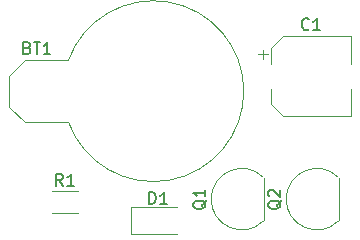
<source format=gbr>
G04 #@! TF.GenerationSoftware,KiCad,Pcbnew,(5.1.2)-1*
G04 #@! TF.CreationDate,2019-06-03T12:51:14-05:00*
G04 #@! TF.ProjectId,1stCircuit,31737443-6972-4637-9569-742e6b696361,rev?*
G04 #@! TF.SameCoordinates,Original*
G04 #@! TF.FileFunction,Legend,Top*
G04 #@! TF.FilePolarity,Positive*
%FSLAX46Y46*%
G04 Gerber Fmt 4.6, Leading zero omitted, Abs format (unit mm)*
G04 Created by KiCad (PCBNEW (5.1.2)-1) date 2019-06-03 12:51:14*
%MOMM*%
%LPD*%
G04 APERTURE LIST*
%ADD10C,0.120000*%
%ADD11C,0.150000*%
G04 APERTURE END LIST*
D10*
X142043232Y-97886355D02*
G75*
G03X142030000Y-92650000I7186768J2636355D01*
G01*
X138380000Y-92600000D02*
X142030000Y-92600000D01*
X137030000Y-93950000D02*
X138380000Y-92600000D01*
X137030000Y-96550000D02*
X137030000Y-93950000D01*
X138380000Y-97900000D02*
X137030000Y-96550000D01*
X142030000Y-97900000D02*
X138380000Y-97900000D01*
X140620748Y-105558000D02*
X142843252Y-105558000D01*
X140620748Y-103738000D02*
X142843252Y-103738000D01*
X164906478Y-102555522D02*
G75*
G03X160468000Y-104394000I-1838478J-1838478D01*
G01*
X164906478Y-106232478D02*
G75*
G02X160468000Y-104394000I-1838478J1838478D01*
G01*
X164918000Y-106194000D02*
X164918000Y-102594000D01*
X158556478Y-102555522D02*
G75*
G03X154118000Y-104394000I-1838478J-1838478D01*
G01*
X158556478Y-106232478D02*
G75*
G02X154118000Y-104394000I-1838478J1838478D01*
G01*
X158568000Y-106194000D02*
X158568000Y-102594000D01*
X147321000Y-107307000D02*
X151206000Y-107307000D01*
X147321000Y-105037000D02*
X147321000Y-107307000D01*
X151206000Y-105037000D02*
X147321000Y-105037000D01*
X158516250Y-91738750D02*
X158516250Y-92526250D01*
X158122500Y-92132500D02*
X158910000Y-92132500D01*
X159150000Y-96325563D02*
X160214437Y-97390000D01*
X159150000Y-91634437D02*
X160214437Y-90570000D01*
X159150000Y-91634437D02*
X159150000Y-92920000D01*
X159150000Y-96325563D02*
X159150000Y-95040000D01*
X160214437Y-97390000D02*
X165970000Y-97390000D01*
X160214437Y-90570000D02*
X165970000Y-90570000D01*
X165970000Y-90570000D02*
X165970000Y-92920000D01*
X165970000Y-97390000D02*
X165970000Y-95040000D01*
D11*
X138564285Y-91578571D02*
X138707142Y-91626190D01*
X138754761Y-91673809D01*
X138802380Y-91769047D01*
X138802380Y-91911904D01*
X138754761Y-92007142D01*
X138707142Y-92054761D01*
X138611904Y-92102380D01*
X138230952Y-92102380D01*
X138230952Y-91102380D01*
X138564285Y-91102380D01*
X138659523Y-91150000D01*
X138707142Y-91197619D01*
X138754761Y-91292857D01*
X138754761Y-91388095D01*
X138707142Y-91483333D01*
X138659523Y-91530952D01*
X138564285Y-91578571D01*
X138230952Y-91578571D01*
X139088095Y-91102380D02*
X139659523Y-91102380D01*
X139373809Y-92102380D02*
X139373809Y-91102380D01*
X140516666Y-92102380D02*
X139945238Y-92102380D01*
X140230952Y-92102380D02*
X140230952Y-91102380D01*
X140135714Y-91245238D01*
X140040476Y-91340476D01*
X139945238Y-91388095D01*
X141565333Y-103250380D02*
X141232000Y-102774190D01*
X140993904Y-103250380D02*
X140993904Y-102250380D01*
X141374857Y-102250380D01*
X141470095Y-102298000D01*
X141517714Y-102345619D01*
X141565333Y-102440857D01*
X141565333Y-102583714D01*
X141517714Y-102678952D01*
X141470095Y-102726571D01*
X141374857Y-102774190D01*
X140993904Y-102774190D01*
X142517714Y-103250380D02*
X141946285Y-103250380D01*
X142232000Y-103250380D02*
X142232000Y-102250380D01*
X142136761Y-102393238D01*
X142041523Y-102488476D01*
X141946285Y-102536095D01*
X160055619Y-104489238D02*
X160008000Y-104584476D01*
X159912761Y-104679714D01*
X159769904Y-104822571D01*
X159722285Y-104917809D01*
X159722285Y-105013047D01*
X159960380Y-104965428D02*
X159912761Y-105060666D01*
X159817523Y-105155904D01*
X159627047Y-105203523D01*
X159293714Y-105203523D01*
X159103238Y-105155904D01*
X159008000Y-105060666D01*
X158960380Y-104965428D01*
X158960380Y-104774952D01*
X159008000Y-104679714D01*
X159103238Y-104584476D01*
X159293714Y-104536857D01*
X159627047Y-104536857D01*
X159817523Y-104584476D01*
X159912761Y-104679714D01*
X159960380Y-104774952D01*
X159960380Y-104965428D01*
X159055619Y-104155904D02*
X159008000Y-104108285D01*
X158960380Y-104013047D01*
X158960380Y-103774952D01*
X159008000Y-103679714D01*
X159055619Y-103632095D01*
X159150857Y-103584476D01*
X159246095Y-103584476D01*
X159388952Y-103632095D01*
X159960380Y-104203523D01*
X159960380Y-103584476D01*
X153705619Y-104489238D02*
X153658000Y-104584476D01*
X153562761Y-104679714D01*
X153419904Y-104822571D01*
X153372285Y-104917809D01*
X153372285Y-105013047D01*
X153610380Y-104965428D02*
X153562761Y-105060666D01*
X153467523Y-105155904D01*
X153277047Y-105203523D01*
X152943714Y-105203523D01*
X152753238Y-105155904D01*
X152658000Y-105060666D01*
X152610380Y-104965428D01*
X152610380Y-104774952D01*
X152658000Y-104679714D01*
X152753238Y-104584476D01*
X152943714Y-104536857D01*
X153277047Y-104536857D01*
X153467523Y-104584476D01*
X153562761Y-104679714D01*
X153610380Y-104774952D01*
X153610380Y-104965428D01*
X153610380Y-103584476D02*
X153610380Y-104155904D01*
X153610380Y-103870190D02*
X152610380Y-103870190D01*
X152753238Y-103965428D01*
X152848476Y-104060666D01*
X152896095Y-104155904D01*
X148867904Y-104804380D02*
X148867904Y-103804380D01*
X149106000Y-103804380D01*
X149248857Y-103852000D01*
X149344095Y-103947238D01*
X149391714Y-104042476D01*
X149439333Y-104232952D01*
X149439333Y-104375809D01*
X149391714Y-104566285D01*
X149344095Y-104661523D01*
X149248857Y-104756761D01*
X149106000Y-104804380D01*
X148867904Y-104804380D01*
X150391714Y-104804380D02*
X149820285Y-104804380D01*
X150106000Y-104804380D02*
X150106000Y-103804380D01*
X150010761Y-103947238D01*
X149915523Y-104042476D01*
X149820285Y-104090095D01*
X162393333Y-89987142D02*
X162345714Y-90034761D01*
X162202857Y-90082380D01*
X162107619Y-90082380D01*
X161964761Y-90034761D01*
X161869523Y-89939523D01*
X161821904Y-89844285D01*
X161774285Y-89653809D01*
X161774285Y-89510952D01*
X161821904Y-89320476D01*
X161869523Y-89225238D01*
X161964761Y-89130000D01*
X162107619Y-89082380D01*
X162202857Y-89082380D01*
X162345714Y-89130000D01*
X162393333Y-89177619D01*
X163345714Y-90082380D02*
X162774285Y-90082380D01*
X163060000Y-90082380D02*
X163060000Y-89082380D01*
X162964761Y-89225238D01*
X162869523Y-89320476D01*
X162774285Y-89368095D01*
M02*

</source>
